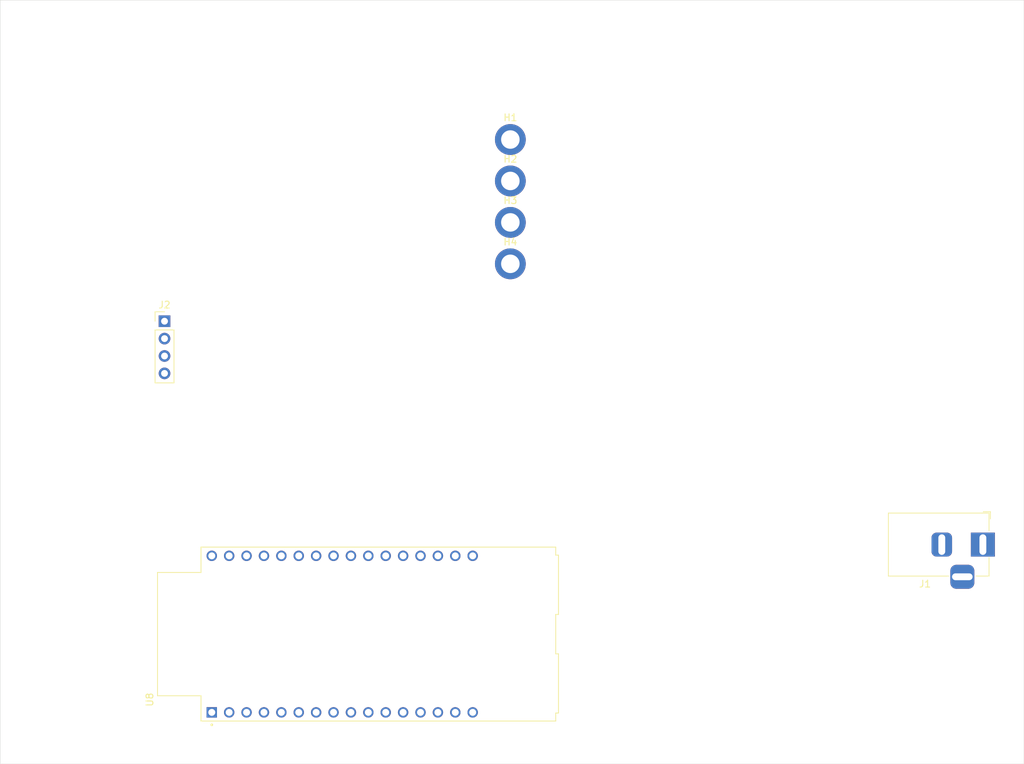
<source format=kicad_pcb>
(kicad_pcb (version 20241229) (generator "pcbnew") (generator_version "9.0")
  (layers (0 "F.Cu" signal) (2 "B.Cu" signal) (13 "F.Paste" user) (15 "B.Paste" user) (5 "F.SilkS" user "F.Silkscreen") (7 "B.SilkS" user "B.Silkscreen") (1 "F.Mask" user) (3 "B.Mask" user) (25 "Edge.Cuts" user))
  (net 0 "")
  (net 4 "GND")
  (net 14 "/SDA")
  (net 21 "+5V")
  (net 24 "/SCL")
  (net 26 "/brightness")
  (net 27 "/nextPattern")
  (net 28 "+3.3V")
  (footprint "MountingHole:MountingHole_2.7mm_M2.5_ISO7380_Pad" (layer "F.Cu") (at 175.5 83.45)
    (property "Reference" "H3" (at 0 -3.2 0) (layer "F.SilkS"))
    (property "Value" "MountingHole_Pad")
    (pad "1" thru_hole circle (at 0 0) (size 4.5 4.5) (drill 2.7) (layers "*.Cu" "*.Mask") (net 4 "GND"))
  )
  (footprint "MountingHole:MountingHole_2.7mm_M2.5_ISO7380_Pad" (layer "F.Cu") (at 175.5 89.5)
    (property "Reference" "H4" (at 0 -3.2 0) (layer "F.SilkS"))
    (property "Value" "MountingHole_Pad")
    (pad "1" thru_hole circle (at 0 0) (size 4.5 4.5) (drill 2.7) (layers "*.Cu" "*.Mask") (net 4 "GND"))
  )
  (footprint "Connector_BarrelJack:BarrelJack_Horizontal" (layer "F.Cu") (at 244.5 130.5)
    (property "Reference" "J1" (at -8.45 5.75 0) (layer "F.SilkS"))
    (property "Value" "PWR_Conn")
    (fp_line (start -13.8 -4.6) (end 0.9 -4.6) (stroke (width 0.12)) (layer "F.SilkS"))
    (fp_line (start -13.8 4.6) (end -13.8 -4.6) (stroke (width 0.12)) (layer "F.SilkS"))
    (fp_line (start -5 4.6) (end -13.8 4.6) (stroke (width 0.12)) (layer "F.SilkS"))
    (fp_line (start 0.05 -4.8) (end 1.1 -4.8) (stroke (width 0.12)) (layer "F.SilkS"))
    (fp_line (start 0.9 -4.6) (end 0.9 -2) (stroke (width 0.12)) (layer "F.SilkS"))
    (fp_line (start 0.9 1.9) (end 0.9 4.6) (stroke (width 0.12)) (layer "F.SilkS"))
    (fp_line (start 0.9 4.6) (end -1 4.6) (stroke (width 0.12)) (layer "F.SilkS"))
    (fp_line (start 1.1 -3.75) (end 1.1 -4.8) (stroke (width 0.12)) (layer "F.SilkS"))
    (pad "1" thru_hole rect (at 0 0) (size 3.5 3.5) (drill oval 1 3) (layers "*.Cu" "*.Mask") (net 4 "GND"))
    (pad "2" thru_hole roundrect (at -6 0) (size 3 3.5) (drill oval 1 3) (layers "*.Cu" "*.Mask") (net 21 "+5V"))
    (pad "3" thru_hole roundrect (at -3 4.7) (size 3.5 3.5) (drill oval 3 1) (layers "*.Cu" "*.Mask"))
  )
  (footprint "MountingHole:MountingHole_2.7mm_M2.5_ISO7380_Pad" (layer "F.Cu") (at 175.5 71.35)
    (property "Reference" "H1" (at 0 -3.2 0) (layer "F.SilkS"))
    (property "Value" "MountingHole_Pad")
    (pad "1" thru_hole circle (at 0 0) (size 4.5 4.5) (drill 2.7) (layers "*.Cu" "*.Mask") (net 4 "GND"))
  )
  (footprint "MountingHole:MountingHole_2.7mm_M2.5_ISO7380_Pad" (layer "F.Cu") (at 175.5 77.4)
    (property "Reference" "H2" (at 0 -3.2 0) (layer "F.SilkS"))
    (property "Value" "MountingHole_Pad")
    (pad "1" thru_hole circle (at 0 0) (size 4.5 4.5) (drill 2.7) (layers "*.Cu" "*.Mask") (net 4 "GND"))
  )
  (footprint "ESP32-C6-DEVKITC-1-N8:MODULE_ESP32-C6-DEVKITC-1-N8" (layer "F.Cu") (at 156.225 143.57 90)
    (property "Reference" "U8" (at -9.575 -33.385 90) (layer "F.SilkS"))
    (property "Value" "ESP32-C6-DEVKITC-1-N8")
    (fp_line (start 9 -32.25) (end 9 -25.9) (stroke (width 0.127)) (layer "F.SilkS"))
    (fp_line (start -9 -32.25) (end 9 -32.25) (stroke (width 0.127)) (layer "F.SilkS"))
    (fp_line (start 12.7 -25.9) (end 12.7 25.9) (stroke (width 0.127)) (layer "F.SilkS"))
    (fp_line (start 9 -25.9) (end 12.7 -25.9) (stroke (width 0.127)) (layer "F.SilkS"))
    (fp_line (start -9 -25.9) (end -9 -32.25) (stroke (width 0.127)) (layer "F.SilkS"))
    (fp_line (start -12.7 -25.9) (end -9 -25.9) (stroke (width 0.127)) (layer "F.SilkS"))
    (fp_line (start 12.7 25.9) (end 11.525 25.9) (stroke (width 0.127)) (layer "F.SilkS"))
    (fp_line (start 2.875 25.9) (end -2.875 25.9) (stroke (width 0.127)) (layer "F.SilkS"))
    (fp_line (start 2.875 25.9) (end 2.875 26.3) (stroke (width 0.127)) (layer "F.SilkS"))
    (fp_line (start -11.525 25.9) (end -12.7 25.9) (stroke (width 0.127)) (layer "F.SilkS"))
    (fp_line (start -11.525 25.9) (end -11.525 26.3) (stroke (width 0.127)) (layer "F.SilkS"))
    (fp_line (start -12.7 25.9) (end -12.7 -25.9) (stroke (width 0.127)) (layer "F.SilkS"))
    (fp_line (start 11.525 26.3) (end 11.525 25.9) (stroke (width 0.127)) (layer "F.SilkS"))
    (fp_line (start 2.875 26.3) (end 11.525 26.3) (stroke (width 0.127)) (layer "F.SilkS"))
    (fp_line (start -2.875 26.3) (end -2.875 25.9) (stroke (width 0.127)) (layer "F.SilkS"))
    (fp_line (start -11.525 26.3) (end -2.875 26.3) (stroke (width 0.127)) (layer "F.SilkS"))
    (fp_circle (center -13.25 -24.325) (end -13.15 -24.325) (stroke (width 0.2)) (fill no) (layer "F.SilkS"))
    (pad "J1_1" thru_hole rect (at -11.43 -24.325 90) (size 1.524 1.524) (drill 1.016) (layers "*.Cu" "*.Mask") (net 28 "+3.3V"))
    (pad "J1_2" thru_hole circle (at -11.43 -21.785 90) (size 1.524 1.524) (drill 1.016) (layers "*.Cu" "*.Mask"))
    (pad "J1_3" thru_hole circle (at -11.43 -19.245 90) (size 1.524 1.524) (drill 1.016) (layers "*.Cu" "*.Mask"))
    (pad "J1_4" thru_hole circle (at -11.43 -16.705 90) (size 1.524 1.524) (drill 1.016) (layers "*.Cu" "*.Mask"))
    (pad "J1_5" thru_hole circle (at -11.43 -14.165 90) (size 1.524 1.524) (drill 1.016) (layers "*.Cu" "*.Mask"))
    (pad "J1_6" thru_hole circle (at -11.43 -11.625 90) (size 1.524 1.524) (drill 1.016) (layers "*.Cu" "*.Mask"))
    (pad "J1_7" thru_hole circle (at -11.43 -9.085 90) (size 1.524 1.524) (drill 1.016) (layers "*.Cu" "*.Mask") (net 26 "/brightness"))
    (pad "J1_8" thru_hole circle (at -11.43 -6.545 90) (size 1.524 1.524) (drill 1.016) (layers "*.Cu" "*.Mask"))
    (pad "J1_9" thru_hole circle (at -11.43 -4.005 90) (size 1.524 1.524) (drill 1.016) (layers "*.Cu" "*.Mask"))
    (pad "J1_10" thru_hole circle (at -11.43 -1.465 90) (size 1.524 1.524) (drill 1.016) (layers "*.Cu" "*.Mask") (net 27 "/nextPattern"))
    (pad "J1_11" thru_hole circle (at -11.43 1.075 90) (size 1.524 1.524) (drill 1.016) (layers "*.Cu" "*.Mask"))
    (pad "J1_12" thru_hole circle (at -11.43 3.615 90) (size 1.524 1.524) (drill 1.016) (layers "*.Cu" "*.Mask"))
    (pad "J1_13" thru_hole circle (at -11.43 6.155 90) (size 1.524 1.524) (drill 1.016) (layers "*.Cu" "*.Mask"))
    (pad "J1_14" thru_hole circle (at -11.43 8.695 90) (size 1.524 1.524) (drill 1.016) (layers "*.Cu" "*.Mask") (net 21 "+5V"))
    (pad "J1_15" thru_hole circle (at -11.43 11.235 90) (size 1.524 1.524) (drill 1.016) (layers "*.Cu" "*.Mask") (net 4 "GND"))
    (pad "J1_16" thru_hole circle (at -11.43 13.775 90) (size 1.524 1.524) (drill 1.016) (layers "*.Cu" "*.Mask"))
    (pad "J3_1" thru_hole circle (at 11.43 -24.325 90) (size 1.524 1.524) (drill 1.016) (layers "*.Cu" "*.Mask") (net 4 "GND"))
    (pad "J3_2" thru_hole circle (at 11.43 -21.785 90) (size 1.524 1.524) (drill 1.016) (layers "*.Cu" "*.Mask"))
    (pad "J3_3" thru_hole circle (at 11.43 -19.245 90) (size 1.524 1.524) (drill 1.016) (layers "*.Cu" "*.Mask"))
    (pad "J3_4" thru_hole circle (at 11.43 -16.705 90) (size 1.524 1.524) (drill 1.016) (layers "*.Cu" "*.Mask"))
    (pad "J3_5" thru_hole circle (at 11.43 -14.165 90) (size 1.524 1.524) (drill 1.016) (layers "*.Cu" "*.Mask"))
    (pad "J3_6" thru_hole circle (at 11.43 -11.625 90) (size 1.524 1.524) (drill 1.016) (layers "*.Cu" "*.Mask") (net 24 "/SCL"))
    (pad "J3_7" thru_hole circle (at 11.43 -9.085 90) (size 1.524 1.524) (drill 1.016) (layers "*.Cu" "*.Mask") (net 14 "/SDA"))
    (pad "J3_8" thru_hole circle (at 11.43 -6.545 90) (size 1.524 1.524) (drill 1.016) (layers "*.Cu" "*.Mask"))
    (pad "J3_9" thru_hole circle (at 11.43 -4.005 90) (size 1.524 1.524) (drill 1.016) (layers "*.Cu" "*.Mask"))
    (pad "J3_10" thru_hole circle (at 11.43 -1.465 90) (size 1.524 1.524) (drill 1.016) (layers "*.Cu" "*.Mask"))
    (pad "J3_11" thru_hole circle (at 11.43 1.075 90) (size 1.524 1.524) (drill 1.016) (layers "*.Cu" "*.Mask"))
    (pad "J3_12" thru_hole circle (at 11.43 3.615 90) (size 1.524 1.524) (drill 1.016) (layers "*.Cu" "*.Mask") (net 4 "GND"))
    (pad "J3_13" thru_hole circle (at 11.43 6.155 90) (size 1.524 1.524) (drill 1.016) (layers "*.Cu" "*.Mask"))
    (pad "J3_14" thru_hole circle (at 11.43 8.695 90) (size 1.524 1.524) (drill 1.016) (layers "*.Cu" "*.Mask"))
    (pad "J3_15" thru_hole circle (at 11.43 11.235 90) (size 1.524 1.524) (drill 1.016) (layers "*.Cu" "*.Mask") (net 4 "GND"))
    (pad "J3_16" thru_hole circle (at 11.43 13.775 90) (size 1.524 1.524) (drill 1.016) (layers "*.Cu" "*.Mask"))
  )
  (footprint "Connector_PinHeader_2.54mm:PinHeader_1x04_P2.54mm_Vertical" (layer "F.Cu") (at 125 97.88)
    (property "Reference" "J2" (at 0 -2.38 0) (layer "F.SilkS"))
    (property "Value" "Conn_01x04")
    (fp_line (start -1.38 -1.38) (end 0 -1.38) (stroke (width 0.12)) (layer "F.SilkS"))
    (fp_line (start -1.38 0) (end -1.38 -1.38) (stroke (width 0.12)) (layer "F.SilkS"))
    (fp_line (start -1.38 1.27) (end -1.38 9) (stroke (width 0.12)) (layer "F.SilkS"))
    (fp_line (start -1.38 1.27) (end 1.38 1.27) (stroke (width 0.12)) (layer "F.SilkS"))
    (fp_line (start -1.38 9) (end 1.38 9) (stroke (width 0.12)) (layer "F.SilkS"))
    (fp_line (start 1.38 1.27) (end 1.38 9) (stroke (width 0.12)) (layer "F.SilkS"))
    (pad "1" thru_hole rect (at 0 0) (size 1.7 1.7) (drill 1) (layers "*.Cu" "*.Mask") (net 4 "GND"))
    (pad "2" thru_hole circle (at 0 2.54) (size 1.7 1.7) (drill 1) (layers "*.Cu" "*.Mask") (net 24 "/SCL"))
    (pad "3" thru_hole circle (at 0 5.08) (size 1.7 1.7) (drill 1) (layers "*.Cu" "*.Mask") (net 14 "/SDA"))
    (pad "4" thru_hole circle (at 0 7.62) (size 1.7 1.7) (drill 1) (layers "*.Cu" "*.Mask") (net 21 "+5V"))
  )
  (gr_rect (start 101 51) (end 250.5 162.5) (stroke (width 0.05)) (fill no) (layer "Edge.Cuts"))
)
</source>
